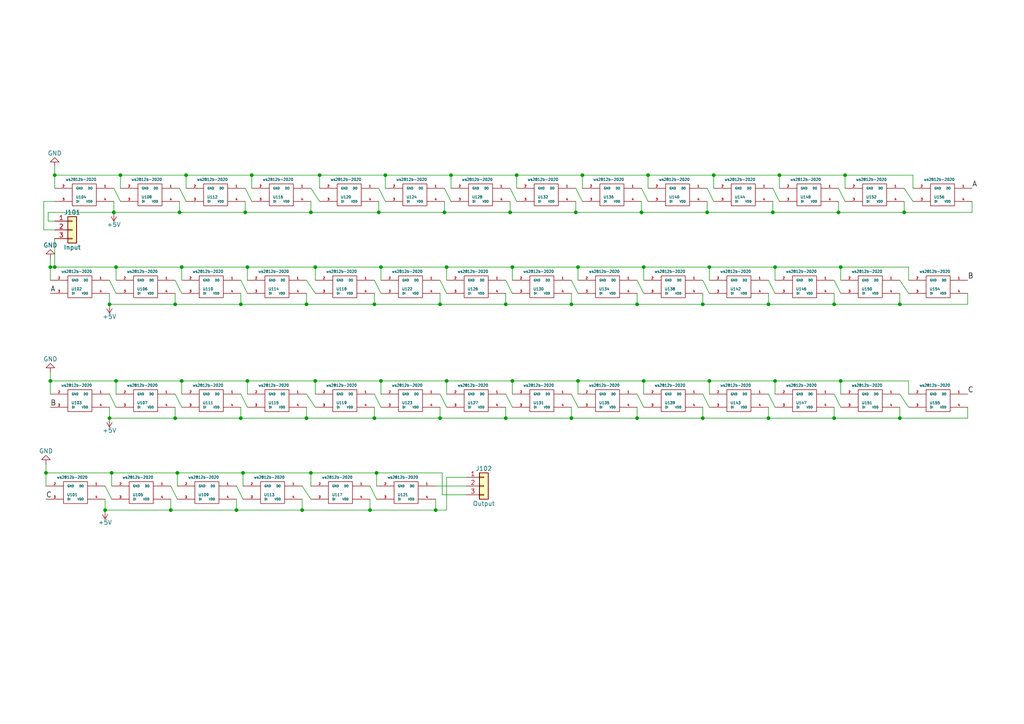
<source format=kicad_sch>
(kicad_sch (version 20211123) (generator eeschema)
  (paper "A4")
  (lib_symbols
    (symbol "MovieTheaterMarque-rescue:+5V" (power) (pin_names (offset 0))
      (property "Value" "+5V" (at 0 3.556 0))
      (symbol "+5V_0_1"
        (polyline (pts (xy -0.762 1.27) (xy 0 2.54)))
        (polyline (pts (xy 0 0) (xy 0 2.54)))
        (polyline (pts (xy 0 2.54) (xy 0.762 1.27)))
      )
      (symbol "+5V_1_1"
        (pin power_in line (at 0 0 90) (length 0) hide (name "+5V") (number "1"))
      )
    )
    (symbol "MovieTheaterMarque-rescue:Conn_01x03" (pin_names (offset 1.016) hide)
      (property "Reference" "J" (at 0 5.08 0))
      (property "Value" "Conn_01x03" (at 0 -5.08 0))
      (symbol "Conn_01x03_1_1"
        (rectangle (start -1.27 -2.413) (end 0 -2.667) (stroke (width 0.1524)))
        (rectangle (start -1.27 0.127) (end 0 -0.127) (stroke (width 0.1524)))
        (rectangle (start -1.27 2.667) (end 0 2.413) (stroke (width 0.1524)))
        (rectangle (start -1.27 3.81) (end 1.27 -3.81) (stroke (width 0.254)) (fill (type background)))
        (pin passive line (at -5.08 2.54 0) (length 3.81) (name "Pin_1") (number "1"))
        (pin passive line (at -5.08 0 0) (length 3.81) (name "Pin_2") (number "2"))
        (pin passive line (at -5.08 -2.54 0) (length 3.81) (name "Pin_3") (number "3"))
      )
    )
    (symbol "MovieTheaterMarque-rescue:GND" (power) (pin_names (offset 0))
      (property "Value" "GND" (at 0 -3.81 0))
      (symbol "GND_0_1"
        (polyline (pts (xy 0 0) (xy 0 -1.27) (xy 1.27 -1.27) (xy 0 -2.54) (xy -1.27 -1.27) (xy 0 -1.27)))
      )
      (symbol "GND_1_1"
        (pin power_in line (at 0 0 270) (length 0) hide (name "GND") (number "1"))
      )
    )
    (symbol "MovieTheaterMarque-rescue:ws2812b-2020" (pin_names (offset 1.016))
      (property "Reference" "U" (at 0 0 0))
      (property "Value" "ws2812b-2020" (at 0 5.08 0))
      (symbol "ws2812b-2020_0_1"
        (rectangle (start -2.54 3.81) (end 4.445 -2.54))
      )
      (symbol "ws2812b-2020_1_1"
        (pin output line (at 9.525 2.54 180) (length 5.08) (name "DO") (number "1"))
        (pin power_in line (at -7.62 2.54 0) (length 5.08) (name "GND") (number "2"))
        (pin input line (at -7.62 -1.27 0) (length 5.08) (name "DI") (number "3"))
        (pin power_in line (at 9.525 -1.27 180) (length 5.08) (name "VDD") (number "4"))
      )
    )
  )
  (junction (at 15.875 77.47))
  (junction (at 73.025 50.8))
  (junction (at 110.49 77.47))
  (junction (at 146.685 88.265))
  (junction (at 50.8 88.265))
  (junction (at 92.71 50.8))
  (junction (at 33.655 77.47))
  (junction (at 224.79 110.49))
  (junction (at 33.655 110.49))
  (junction (at 127.635 121.285))
  (junction (at 110.49 110.49))
  (junction (at 108.585 121.285))
  (junction (at 31.75 121.285))
  (junction (at 34.925 50.8))
  (junction (at 262.255 61.595))
  (junction (at 14.605 77.47))
  (junction (at 108.585 88.265))
  (junction (at 32.385 137.16))
  (junction (at 203.835 88.265))
  (junction (at 184.785 88.265))
  (junction (at 126.365 147.955))
  (junction (at 68.58 147.955))
  (junction (at 165.735 88.265))
  (junction (at 71.755 110.49))
  (junction (at 90.17 61.595))
  (junction (at 167.005 61.595))
  (junction (at 168.91 50.8))
  (junction (at 149.86 50.8))
  (junction (at 222.885 88.265))
  (junction (at 70.485 137.16))
  (junction (at 13.335 137.16))
  (junction (at 30.48 147.955))
  (junction (at 241.935 88.265))
  (junction (at 243.205 61.595))
  (junction (at 71.12 61.595))
  (junction (at 207.01 50.8))
  (junction (at 167.64 77.47))
  (junction (at 205.74 77.47))
  (junction (at 52.07 61.595))
  (junction (at 129.54 110.49))
  (junction (at 51.435 137.16))
  (junction (at 91.44 77.47))
  (junction (at 109.855 61.595))
  (junction (at 203.835 121.285))
  (junction (at 90.17 137.16))
  (junction (at 91.44 110.49))
  (junction (at 87.63 147.955))
  (junction (at 52.705 110.49))
  (junction (at 148.59 110.49))
  (junction (at 71.755 77.47))
  (junction (at 14.605 110.49))
  (junction (at 186.69 77.47))
  (junction (at 167.64 110.49))
  (junction (at 127.635 88.265))
  (junction (at 52.705 77.47))
  (junction (at 148.59 77.47))
  (junction (at 222.885 121.285))
  (junction (at 107.315 147.955))
  (junction (at 53.975 50.8))
  (junction (at 111.76 50.8))
  (junction (at 186.055 61.595))
  (junction (at 245.11 50.8))
  (junction (at 224.155 61.595))
  (junction (at 243.84 110.49))
  (junction (at 224.79 77.47))
  (junction (at 49.53 147.955))
  (junction (at 184.785 121.285))
  (junction (at 241.935 121.285))
  (junction (at 165.735 121.285))
  (junction (at 130.81 50.8))
  (junction (at 147.955 61.595))
  (junction (at 69.85 121.285))
  (junction (at 50.8 121.285))
  (junction (at 31.75 88.265))
  (junction (at 69.85 88.265))
  (junction (at 129.54 77.47))
  (junction (at 88.9 88.265))
  (junction (at 15.875 50.8))
  (junction (at 226.06 50.8))
  (junction (at 109.22 137.16))
  (junction (at 128.905 61.595))
  (junction (at 146.685 121.285))
  (junction (at 243.84 77.47))
  (junction (at 205.105 61.595))
  (junction (at 260.985 88.265))
  (junction (at 187.96 50.8))
  (junction (at 260.985 121.285))
  (junction (at 186.69 110.49))
  (junction (at 33.02 61.595))
  (junction (at 88.9 121.285))
  (junction (at 205.74 110.49))
  (wire (pts (xy 167.64 110.49) (xy 186.69 110.49)))
  (wire (pts (xy 147.955 61.595) (xy 167.005 61.595)))
  (wire (pts (xy 224.79 77.47) (xy 243.84 77.47)))
  (wire (pts (xy 31.75 81.28) (xy 33.655 85.09)))
  (wire (pts (xy 203.835 118.11) (xy 203.835 121.285)))
  (wire (pts (xy 205.74 77.47) (xy 224.79 77.47)))
  (wire (pts (xy 49.53 140.97) (xy 51.435 144.78)))
  (wire (pts (xy 14.605 110.49) (xy 33.655 110.49)))
  (wire (pts (xy 243.84 114.3) (xy 243.84 110.49)))
  (wire (pts (xy 222.885 121.285) (xy 241.935 121.285)))
  (wire (pts (xy 14.605 77.47) (xy 15.875 77.47)))
  (wire (pts (xy 224.79 110.49) (xy 243.84 110.49)))
  (wire (pts (xy 91.44 110.49) (xy 110.49 110.49)))
  (wire (pts (xy 71.12 61.595) (xy 90.17 61.595)))
  (wire (pts (xy 49.53 147.955) (xy 49.53 144.78)))
  (wire (pts (xy 13.335 134.62) (xy 13.335 137.16)))
  (wire (pts (xy 30.48 144.78) (xy 30.48 147.955)))
  (wire (pts (xy 222.885 81.28) (xy 224.79 85.09)))
  (wire (pts (xy 146.685 118.11) (xy 146.685 121.285)))
  (wire (pts (xy 245.11 54.61) (xy 245.11 50.8)))
  (wire (pts (xy 146.685 114.3) (xy 148.59 118.11)))
  (wire (pts (xy 69.85 114.3) (xy 71.755 118.11)))
  (wire (pts (xy 69.85 81.28) (xy 71.755 85.09)))
  (wire (pts (xy 241.935 114.3) (xy 243.84 118.11)))
  (wire (pts (xy 69.85 121.285) (xy 88.9 121.285)))
  (wire (pts (xy 167.64 77.47) (xy 186.69 77.47)))
  (wire (pts (xy 186.055 61.595) (xy 205.105 61.595)))
  (wire (pts (xy 88.9 88.265) (xy 108.585 88.265)))
  (wire (pts (xy 52.705 110.49) (xy 71.755 110.49)))
  (wire (pts (xy 207.01 50.8) (xy 226.06 50.8)))
  (wire (pts (xy 148.59 114.3) (xy 148.59 110.49)))
  (wire (pts (xy 243.205 61.595) (xy 262.255 61.595)))
  (wire (pts (xy 109.22 137.16) (xy 109.22 140.97)))
  (wire (pts (xy 165.735 88.265) (xy 165.735 85.09)))
  (wire (pts (xy 53.975 50.8) (xy 53.975 54.61)))
  (wire (pts (xy 12.7 66.675) (xy 15.875 66.675)))
  (wire (pts (xy 147.955 58.42) (xy 147.955 61.595)))
  (wire (pts (xy 68.58 147.955) (xy 87.63 147.955)))
  (wire (pts (xy 33.655 81.28) (xy 33.655 77.47)))
  (wire (pts (xy 146.685 88.265) (xy 165.735 88.265)))
  (wire (pts (xy 226.06 50.8) (xy 226.06 54.61)))
  (wire (pts (xy 110.49 77.47) (xy 129.54 77.47)))
  (wire (pts (xy 14.605 74.93) (xy 14.605 77.47)))
  (wire (pts (xy 128.27 137.16) (xy 128.27 143.51)))
  (wire (pts (xy 107.315 140.97) (xy 109.22 144.78)))
  (wire (pts (xy 243.84 81.28) (xy 243.84 77.47)))
  (wire (pts (xy 243.205 58.42) (xy 243.205 61.595)))
  (wire (pts (xy 186.69 114.3) (xy 186.69 110.49)))
  (wire (pts (xy 108.585 121.285) (xy 108.585 118.11)))
  (wire (pts (xy 87.63 147.955) (xy 87.63 144.78)))
  (wire (pts (xy 262.255 54.61) (xy 264.795 58.42)))
  (wire (pts (xy 108.585 88.265) (xy 108.585 85.09)))
  (wire (pts (xy 222.885 121.285) (xy 222.885 118.11)))
  (wire (pts (xy 129.54 77.47) (xy 148.59 77.47)))
  (wire (pts (xy 263.525 110.49) (xy 263.525 114.3)))
  (wire (pts (xy 165.735 121.285) (xy 165.735 118.11)))
  (wire (pts (xy 165.735 81.28) (xy 167.64 85.09)))
  (wire (pts (xy 33.02 54.61) (xy 34.925 58.42)))
  (wire (pts (xy 241.935 85.09) (xy 241.935 88.265)))
  (wire (pts (xy 168.91 50.8) (xy 168.91 54.61)))
  (wire (pts (xy 110.49 110.49) (xy 129.54 110.49)))
  (wire (pts (xy 71.12 61.595) (xy 71.12 58.42)))
  (wire (pts (xy 90.17 54.61) (xy 92.71 58.42)))
  (wire (pts (xy 186.69 81.28) (xy 186.69 77.47)))
  (wire (pts (xy 127.635 118.11) (xy 127.635 121.285)))
  (wire (pts (xy 127.635 81.28) (xy 129.54 85.09)))
  (wire (pts (xy 33.02 61.595) (xy 52.07 61.595)))
  (wire (pts (xy 15.875 50.8) (xy 15.875 54.61)))
  (wire (pts (xy 130.81 54.61) (xy 130.81 50.8)))
  (wire (pts (xy 241.935 121.285) (xy 260.985 121.285)))
  (wire (pts (xy 165.735 121.285) (xy 184.785 121.285)))
  (wire (pts (xy 126.365 147.955) (xy 126.365 144.78)))
  (wire (pts (xy 241.935 88.265) (xy 260.985 88.265)))
  (wire (pts (xy 187.96 54.61) (xy 187.96 50.8)))
  (wire (pts (xy 205.105 61.595) (xy 224.155 61.595)))
  (wire (pts (xy 109.855 54.61) (xy 111.76 58.42)))
  (wire (pts (xy 262.255 61.595) (xy 281.94 61.595)))
  (wire (pts (xy 186.055 58.42) (xy 186.055 61.595)))
  (wire (pts (xy 91.44 81.28) (xy 91.44 77.47)))
  (wire (pts (xy 260.985 88.265) (xy 280.67 88.265)))
  (wire (pts (xy 50.8 114.3) (xy 52.705 118.11)))
  (wire (pts (xy 52.705 110.49) (xy 52.705 114.3)))
  (wire (pts (xy 148.59 110.49) (xy 167.64 110.49)))
  (wire (pts (xy 15.875 77.47) (xy 33.655 77.47)))
  (wire (pts (xy 127.635 114.3) (xy 129.54 118.11)))
  (wire (pts (xy 71.755 77.47) (xy 91.44 77.47)))
  (wire (pts (xy 13.97 61.595) (xy 33.02 61.595)))
  (wire (pts (xy 30.48 147.955) (xy 49.53 147.955)))
  (wire (pts (xy 50.8 121.285) (xy 69.85 121.285)))
  (wire (pts (xy 50.8 88.265) (xy 69.85 88.265)))
  (wire (pts (xy 205.105 58.42) (xy 205.105 61.595)))
  (wire (pts (xy 207.01 54.61) (xy 207.01 50.8)))
  (wire (pts (xy 260.985 114.3) (xy 263.525 118.11)))
  (wire (pts (xy 108.585 114.3) (xy 110.49 118.11)))
  (wire (pts (xy 263.525 77.47) (xy 263.525 81.28)))
  (wire (pts (xy 90.17 137.16) (xy 90.17 140.97)))
  (wire (pts (xy 12.7 58.42) (xy 12.7 66.675)))
  (wire (pts (xy 90.17 61.595) (xy 90.17 58.42)))
  (wire (pts (xy 53.975 50.8) (xy 73.025 50.8)))
  (wire (pts (xy 49.53 147.955) (xy 68.58 147.955)))
  (wire (pts (xy 33.655 77.47) (xy 52.705 77.47)))
  (wire (pts (xy 203.835 81.28) (xy 205.74 85.09)))
  (wire (pts (xy 127.635 88.265) (xy 146.685 88.265)))
  (wire (pts (xy 108.585 88.265) (xy 127.635 88.265)))
  (wire (pts (xy 262.255 58.42) (xy 262.255 61.595)))
  (wire (pts (xy 224.79 77.47) (xy 224.79 81.28)))
  (wire (pts (xy 88.9 81.28) (xy 91.44 85.09)))
  (wire (pts (xy 13.97 64.135) (xy 13.97 61.595)))
  (wire (pts (xy 71.755 81.28) (xy 71.755 77.47)))
  (wire (pts (xy 15.875 64.135) (xy 13.97 64.135)))
  (wire (pts (xy 32.385 140.97) (xy 32.385 137.16)))
  (wire (pts (xy 243.205 54.61) (xy 245.11 58.42)))
  (wire (pts (xy 205.74 114.3) (xy 205.74 110.49)))
  (wire (pts (xy 14.605 77.47) (xy 14.605 81.28)))
  (wire (pts (xy 31.75 88.265) (xy 50.8 88.265)))
  (wire (pts (xy 184.785 81.28) (xy 186.69 85.09)))
  (wire (pts (xy 243.84 110.49) (xy 263.525 110.49)))
  (wire (pts (xy 31.75 85.09) (xy 31.75 88.265)))
  (wire (pts (xy 52.07 54.61) (xy 53.975 58.42)))
  (wire (pts (xy 90.17 137.16) (xy 109.22 137.16)))
  (wire (pts (xy 130.81 50.8) (xy 149.86 50.8)))
  (wire (pts (xy 222.885 88.265) (xy 241.935 88.265)))
  (wire (pts (xy 70.485 137.16) (xy 90.17 137.16)))
  (wire (pts (xy 111.76 50.8) (xy 111.76 54.61)))
  (wire (pts (xy 52.705 77.47) (xy 52.705 81.28)))
  (wire (pts (xy 203.835 85.09) (xy 203.835 88.265)))
  (wire (pts (xy 129.54 110.49) (xy 148.59 110.49)))
  (wire (pts (xy 87.63 147.955) (xy 107.315 147.955)))
  (wire (pts (xy 51.435 137.16) (xy 70.485 137.16)))
  (wire (pts (xy 14.605 107.95) (xy 14.605 110.49)))
  (wire (pts (xy 149.86 50.8) (xy 168.91 50.8)))
  (wire (pts (xy 127.635 121.285) (xy 146.685 121.285)))
  (wire (pts (xy 184.785 88.265) (xy 203.835 88.265)))
  (wire (pts (xy 15.875 50.8) (xy 34.925 50.8)))
  (wire (pts (xy 71.12 54.61) (xy 73.025 58.42)))
  (wire (pts (xy 280.67 88.265) (xy 280.67 85.09)))
  (wire (pts (xy 109.855 61.595) (xy 109.855 58.42)))
  (wire (pts (xy 50.8 81.28) (xy 52.705 85.09)))
  (wire (pts (xy 15.875 48.26) (xy 15.875 50.8)))
  (wire (pts (xy 146.685 85.09) (xy 146.685 88.265)))
  (wire (pts (xy 111.76 50.8) (xy 130.81 50.8)))
  (wire (pts (xy 14.605 110.49) (xy 14.605 114.3)))
  (wire (pts (xy 15.875 69.215) (xy 15.875 77.47)))
  (wire (pts (xy 15.875 58.42) (xy 12.7 58.42)))
  (wire (pts (xy 224.155 61.595) (xy 243.205 61.595)))
  (wire (pts (xy 203.835 88.265) (xy 222.885 88.265)))
  (wire (pts (xy 51.435 137.16) (xy 51.435 140.97)))
  (wire (pts (xy 69.85 121.285) (xy 69.85 118.11)))
  (wire (pts (xy 126.365 140.97) (xy 135.255 140.97)))
  (wire (pts (xy 109.855 61.595) (xy 128.905 61.595)))
  (wire (pts (xy 88.9 121.285) (xy 88.9 118.11)))
  (wire (pts (xy 205.74 81.28) (xy 205.74 77.47)))
  (wire (pts (xy 128.27 143.51) (xy 135.255 143.51)))
  (wire (pts (xy 33.655 114.3) (xy 33.655 110.49)))
  (wire (pts (xy 205.74 110.49) (xy 224.79 110.49)))
  (wire (pts (xy 110.49 77.47) (xy 110.49 81.28)))
  (wire (pts (xy 260.985 85.09) (xy 260.985 88.265)))
  (wire (pts (xy 203.835 121.285) (xy 222.885 121.285)))
  (wire (pts (xy 90.17 61.595) (xy 109.855 61.595)))
  (wire (pts (xy 129.54 114.3) (xy 129.54 110.49)))
  (wire (pts (xy 73.025 54.61) (xy 73.025 50.8)))
  (wire (pts (xy 260.985 121.285) (xy 280.67 121.285)))
  (wire (pts (xy 108.585 121.285) (xy 127.635 121.285)))
  (wire (pts (xy 148.59 81.28) (xy 148.59 77.47)))
  (wire (pts (xy 149.86 54.61) (xy 149.86 50.8)))
  (wire (pts (xy 50.8 121.285) (xy 50.8 118.11)))
  (wire (pts (xy 167.64 77.47) (xy 167.64 81.28)))
  (wire (pts (xy 281.94 61.595) (xy 281.94 58.42)))
  (wire (pts (xy 87.63 140.97) (xy 90.17 144.78)))
  (wire (pts (xy 260.985 81.28) (xy 263.525 85.09)))
  (wire (pts (xy 50.8 88.265) (xy 50.8 85.09)))
  (wire (pts (xy 69.85 88.265) (xy 88.9 88.265)))
  (wire (pts (xy 52.705 77.47) (xy 71.755 77.47)))
  (wire (pts (xy 91.44 77.47) (xy 110.49 77.47)))
  (wire (pts (xy 224.155 61.595) (xy 224.155 58.42)))
  (wire (pts (xy 110.49 110.49) (xy 110.49 114.3)))
  (wire (pts (xy 184.785 85.09) (xy 184.785 88.265)))
  (wire (pts (xy 167.64 110.49) (xy 167.64 114.3)))
  (wire (pts (xy 88.9 88.265) (xy 88.9 85.09)))
  (wire (pts (xy 264.795 50.8) (xy 264.795 54.61)))
  (wire (pts (xy 108.585 81.28) (xy 110.49 85.09)))
  (wire (pts (xy 241.935 81.28) (xy 243.84 85.09)))
  (wire (pts (xy 31.75 121.285) (xy 50.8 121.285)))
  (wire (pts (xy 224.79 110.49) (xy 224.79 114.3)))
  (wire (pts (xy 184.785 118.11) (xy 184.785 121.285)))
  (wire (pts (xy 243.84 77.47) (xy 263.525 77.47)))
  (wire (pts (xy 186.055 54.61) (xy 187.96 58.42)))
  (wire (pts (xy 167.005 61.595) (xy 167.005 58.42)))
  (wire (pts (xy 30.48 140.97) (xy 32.385 144.78)))
  (wire (pts (xy 184.785 121.285) (xy 203.835 121.285)))
  (wire (pts (xy 71.755 114.3) (xy 71.755 110.49)))
  (wire (pts (xy 226.06 50.8) (xy 245.11 50.8)))
  (wire (pts (xy 88.9 121.285) (xy 108.585 121.285)))
  (wire (pts (xy 280.67 121.285) (xy 280.67 118.11)))
  (wire (pts (xy 129.54 81.28) (xy 129.54 77.47)))
  (wire (pts (xy 168.91 50.8) (xy 187.96 50.8)))
  (wire (pts (xy 34.925 50.8) (xy 53.975 50.8)))
  (wire (pts (xy 187.96 50.8) (xy 207.01 50.8)))
  (wire (pts (xy 127.635 85.09) (xy 127.635 88.265)))
  (wire (pts (xy 13.335 137.16) (xy 32.385 137.16)))
  (wire (pts (xy 128.905 58.42) (xy 128.905 61.595)))
  (wire (pts (xy 146.685 81.28) (xy 148.59 85.09)))
  (wire (pts (xy 146.685 121.285) (xy 165.735 121.285)))
  (wire (pts (xy 167.005 61.595) (xy 186.055 61.595)))
  (wire (pts (xy 260.985 118.11) (xy 260.985 121.285)))
  (wire (pts (xy 107.315 147.955) (xy 126.365 147.955)))
  (wire (pts (xy 92.71 50.8) (xy 111.76 50.8)))
  (wire (pts (xy 52.07 61.595) (xy 71.12 61.595)))
  (wire (pts (xy 167.005 54.61) (xy 168.91 58.42)))
  (wire (pts (xy 91.44 114.3) (xy 91.44 110.49)))
  (wire (pts (xy 71.755 110.49) (xy 91.44 110.49)))
  (wire (pts (xy 34.925 54.61) (xy 34.925 50.8)))
  (wire (pts (xy 68.58 140.97) (xy 70.485 144.78)))
  (wire (pts (xy 184.785 114.3) (xy 186.69 118.11)))
  (wire (pts (xy 88.9 114.3) (xy 91.44 118.11)))
  (wire (pts (xy 205.105 54.61) (xy 207.01 58.42)))
  (wire (pts (xy 128.905 54.61) (xy 130.81 58.42)))
  (wire (pts (xy 92.71 54.61) (xy 92.71 50.8)))
  (wire (pts (xy 33.02 58.42) (xy 33.02 61.595)))
  (wire (pts (xy 222.885 114.3) (xy 224.79 118.11)))
  (wire (pts (xy 109.22 137.16) (xy 128.27 137.16)))
  (wire (pts (xy 147.955 54.61) (xy 149.86 58.42)))
  (wire (pts (xy 70.485 137.16) (xy 70.485 140.97)))
  (wire (pts (xy 224.155 54.61) (xy 226.06 58.42)))
  (wire (pts (xy 31.75 114.3) (xy 33.655 118.11)))
  (wire (pts (xy 13.335 137.16) (xy 13.335 140.97)))
  (wire (pts (xy 73.025 50.8) (xy 92.71 50.8)))
  (wire (pts (xy 222.885 88.265) (xy 222.885 85.09)))
  (wire (pts (xy 52.07 61.595) (xy 52.07 58.42)))
  (wire (pts (xy 203.835 114.3) (xy 205.74 118.11)))
  (wire (pts (xy 129.54 147.955) (xy 129.54 138.43)))
  (wire (pts (xy 33.655 110.49) (xy 52.705 110.49)))
  (wire (pts (xy 148.59 77.47) (xy 167.64 77.47)))
  (wire (pts (xy 31.75 118.11) (xy 31.75 121.285)))
  (wire (pts (xy 128.905 61.595) (xy 147.955 61.595)))
  (wire (pts (xy 165.735 88.265) (xy 184.785 88.265)))
  (wire (pts (xy 245.11 50.8) (xy 264.795 50.8)))
  (wire (pts (xy 186.69 77.47) (xy 205.74 77.47)))
  (wire (pts (xy 241.935 118.11) (xy 241.935 121.285)))
  (wire (pts (xy 69.85 88.265) (xy 69.85 85.09)))
  (wire (pts (xy 129.54 138.43) (xy 135.255 138.43)))
  (wire (pts (xy 32.385 137.16) (xy 51.435 137.16)))
  (wire (pts (xy 126.365 147.955) (xy 129.54 147.955)))
  (wire (pts (xy 186.69 110.49) (xy 205.74 110.49)))
  (wire (pts (xy 68.58 147.955) (xy 68.58 144.78)))
  (wire (pts (xy 107.315 147.955) (xy 107.315 144.78)))
  (wire (pts (xy 165.735 114.3) (xy 167.64 118.11)))
  (label "B" (at 280.67 81.28 0) (effects (font (size 1.524 1.524))))
  (label "B" (at 14.605 118.11 0) (effects (font (size 1.524 1.524))))
  (label "A" (at 14.605 85.09 0) (effects (font (size 1.524 1.524))))
  (label "A" (at 281.94 54.61 0) (effects (font (size 1.524 1.524))))
  (label "C" (at 280.67 114.3 0) (effects (font (size 1.524 1.524))))
  (label "C" (at 13.335 144.78 0) (effects (font (size 1.524 1.524))))
  (symbol (lib_id "MovieTheaterMarque-rescue:ws2812b-2020") (at 80.645 57.15 0) (unit 1)
    (property "Reference" "U116" (at 80.645 57.15 0) (effects (font (size 0.762 0.762))))
    (property "Value" "ws2812b-2020" (at 80.645 52.07 0) (effects (font (size 0.762 0.762))))
    (property "Footprint" "NeoPixelChips:ws2812B-2020-4" (effects hide))
  )
  (symbol (lib_id "MovieTheaterMarque-rescue:ws2812b-2020") (at 100.33 57.15 0) (unit 1)
    (property "Reference" "U120" (at 100.33 57.15 0) (effects (font (size 0.762 0.762))))
    (property "Value" "ws2812b-2020" (at 100.33 52.07 0) (effects (font (size 0.762 0.762))))
    (property "Footprint" "NeoPixelChips:ws2812B-2020-4" (effects hide))
  )
  (symbol (lib_id "MovieTheaterMarque-rescue:ws2812b-2020") (at 119.38 57.15 0) (unit 1)
    (property "Reference" "U124" (at 119.38 57.15 0) (effects (font (size 0.762 0.762))))
    (property "Value" "ws2812b-2020" (at 119.38 52.07 0) (effects (font (size 0.762 0.762))))
    (property "Footprint" "NeoPixelChips:ws2812B-2020-4" (effects hide))
  )
  (symbol (lib_id "MovieTheaterMarque-rescue:ws2812b-2020") (at 138.43 57.15 0) (unit 1)
    (property "Reference" "U128" (at 138.43 57.15 0) (effects (font (size 0.762 0.762))))
    (property "Value" "ws2812b-2020" (at 138.43 52.07 0) (effects (font (size 0.762 0.762))))
    (property "Footprint" "NeoPixelChips:ws2812B-2020-4" (effects hide))
  )
  (symbol (lib_id "MovieTheaterMarque-rescue:ws2812b-2020") (at 157.48 57.15 0) (unit 1)
    (property "Reference" "U132" (at 157.48 57.15 0) (effects (font (size 0.762 0.762))))
    (property "Value" "ws2812b-2020" (at 157.48 52.07 0) (effects (font (size 0.762 0.762))))
    (property "Footprint" "NeoPixelChips:ws2812B-2020-4" (effects hide))
  )
  (symbol (lib_id "MovieTheaterMarque-rescue:ws2812b-2020") (at 176.53 57.15 0) (unit 1)
    (property "Reference" "U136" (at 176.53 57.15 0) (effects (font (size 0.762 0.762))))
    (property "Value" "ws2812b-2020" (at 176.53 52.07 0) (effects (font (size 0.762 0.762))))
    (property "Footprint" "NeoPixelChips:ws2812B-2020-4" (effects hide))
  )
  (symbol (lib_id "MovieTheaterMarque-rescue:ws2812b-2020") (at 195.58 57.15 0) (unit 1)
    (property "Reference" "U140" (at 195.58 57.15 0) (effects (font (size 0.762 0.762))))
    (property "Value" "ws2812b-2020" (at 195.58 52.07 0) (effects (font (size 0.762 0.762))))
    (property "Footprint" "NeoPixelChips:ws2812B-2020-4" (effects hide))
  )
  (symbol (lib_id "MovieTheaterMarque-rescue:ws2812b-2020") (at 214.63 57.15 0) (unit 1)
    (property "Reference" "U144" (at 214.63 57.15 0) (effects (font (size 0.762 0.762))))
    (property "Value" "ws2812b-2020" (at 214.63 52.07 0) (effects (font (size 0.762 0.762))))
    (property "Footprint" "NeoPixelChips:ws2812B-2020-4" (effects hide))
  )
  (symbol (lib_id "MovieTheaterMarque-rescue:ws2812b-2020") (at 233.68 57.15 0) (unit 1)
    (property "Reference" "U148" (at 233.68 57.15 0) (effects (font (size 0.762 0.762))))
    (property "Value" "ws2812b-2020" (at 233.68 52.07 0) (effects (font (size 0.762 0.762))))
    (property "Footprint" "NeoPixelChips:ws2812B-2020-4" (effects hide))
  )
  (symbol (lib_id "MovieTheaterMarque-rescue:ws2812b-2020") (at 252.73 57.15 0) (unit 1)
    (property "Reference" "U152" (at 252.73 57.15 0) (effects (font (size 0.762 0.762))))
    (property "Value" "ws2812b-2020" (at 252.73 52.07 0) (effects (font (size 0.762 0.762))))
    (property "Footprint" "NeoPixelChips:ws2812B-2020-4" (effects hide))
  )
  (symbol (lib_id "MovieTheaterMarque-rescue:ws2812b-2020") (at 272.415 57.15 0) (unit 1)
    (property "Reference" "U156" (at 272.415 57.15 0) (effects (font (size 0.762 0.762))))
    (property "Value" "ws2812b-2020" (at 272.415 52.07 0) (effects (font (size 0.762 0.762))))
    (property "Footprint" "NeoPixelChips:ws2812B-2020-4" (effects hide))
  )
  (symbol (lib_id "MovieTheaterMarque-rescue:ws2812b-2020") (at 61.595 57.15 0) (unit 1)
    (property "Reference" "U112" (at 61.595 57.15 0) (effects (font (size 0.762 0.762))))
    (property "Value" "ws2812b-2020" (at 61.595 52.07 0) (effects (font (size 0.762 0.762))))
    (property "Footprint" "NeoPixelChips:ws2812B-2020-4" (effects hide))
  )
  (symbol (lib_id "MovieTheaterMarque-rescue:ws2812b-2020") (at 42.545 57.15 0) (unit 1)
    (property "Reference" "U108" (at 42.545 57.15 0) (effects (font (size 0.762 0.762))))
    (property "Value" "ws2812b-2020" (at 42.545 52.07 0) (effects (font (size 0.762 0.762))))
    (property "Footprint" "NeoPixelChips:ws2812B-2020-4" (effects hide))
  )
  (symbol (lib_id "MovieTheaterMarque-rescue:ws2812b-2020") (at 23.495 57.15 0) (unit 1)
    (property "Reference" "U104" (at 23.495 57.15 0) (effects (font (size 0.762 0.762))))
    (property "Value" "ws2812b-2020" (at 23.495 52.07 0) (effects (font (size 0.762 0.762))))
    (property "Footprint" "NeoPixelChips:ws2812B-2020-4" (effects hide))
  )
  (symbol (lib_id "MovieTheaterMarque-rescue:+5V") (at 33.02 61.595 180) (unit 1)
    (property "Reference" "#PWR01" (effects hide))
    (property "Value" "+5V" (at 33.02 65.151 0))
  )
  (symbol (lib_id "MovieTheaterMarque-rescue:GND") (at 15.875 48.26 180) (unit 1)
    (property "Reference" "#PWR02" (effects hide))
    (property "Value" "GND" (at 15.875 44.45 0))
  )
  (symbol (lib_id "MovieTheaterMarque-rescue:ws2812b-2020") (at 79.375 83.82 0) (unit 1)
    (property "Reference" "U114" (at 79.375 83.82 0) (effects (font (size 0.762 0.762))))
    (property "Value" "ws2812b-2020" (at 79.375 78.74 0) (effects (font (size 0.762 0.762))))
    (property "Footprint" "NeoPixelChips:ws2812B-2020-4" (effects hide))
  )
  (symbol (lib_id "MovieTheaterMarque-rescue:ws2812b-2020") (at 99.06 83.82 0) (unit 1)
    (property "Reference" "U118" (at 99.06 83.82 0) (effects (font (size 0.762 0.762))))
    (property "Value" "ws2812b-2020" (at 99.06 78.74 0) (effects (font (size 0.762 0.762))))
    (property "Footprint" "NeoPixelChips:ws2812B-2020-4" (effects hide))
  )
  (symbol (lib_id "MovieTheaterMarque-rescue:ws2812b-2020") (at 118.11 83.82 0) (unit 1)
    (property "Reference" "U122" (at 118.11 83.82 0) (effects (font (size 0.762 0.762))))
    (property "Value" "ws2812b-2020" (at 118.11 78.74 0) (effects (font (size 0.762 0.762))))
    (property "Footprint" "NeoPixelChips:ws2812B-2020-4" (effects hide))
  )
  (symbol (lib_id "MovieTheaterMarque-rescue:ws2812b-2020") (at 137.16 83.82 0) (unit 1)
    (property "Reference" "U126" (at 137.16 83.82 0) (effects (font (size 0.762 0.762))))
    (property "Value" "ws2812b-2020" (at 137.16 78.74 0) (effects (font (size 0.762 0.762))))
    (property "Footprint" "NeoPixelChips:ws2812B-2020-4" (effects hide))
  )
  (symbol (lib_id "MovieTheaterMarque-rescue:ws2812b-2020") (at 156.21 83.82 0) (unit 1)
    (property "Reference" "U130" (at 156.21 83.82 0) (effects (font (size 0.762 0.762))))
    (property "Value" "ws2812b-2020" (at 156.21 78.74 0) (effects (font (size 0.762 0.762))))
    (property "Footprint" "NeoPixelChips:ws2812B-2020-4" (effects hide))
  )
  (symbol (lib_id "MovieTheaterMarque-rescue:ws2812b-2020") (at 175.26 83.82 0) (unit 1)
    (property "Reference" "U134" (at 175.26 83.82 0) (effects (font (size 0.762 0.762))))
    (property "Value" "ws2812b-2020" (at 175.26 78.74 0) (effects (font (size 0.762 0.762))))
    (property "Footprint" "NeoPixelChips:ws2812B-2020-4" (effects hide))
  )
  (symbol (lib_id "MovieTheaterMarque-rescue:ws2812b-2020") (at 194.31 83.82 0) (unit 1)
    (property "Reference" "U138" (at 194.31 83.82 0) (effects (font (size 0.762 0.762))))
    (property "Value" "ws2812b-2020" (at 194.31 78.74 0) (effects (font (size 0.762 0.762))))
    (property "Footprint" "NeoPixelChips:ws2812B-2020-4" (effects hide))
  )
  (symbol (lib_id "MovieTheaterMarque-rescue:ws2812b-2020") (at 213.36 83.82 0) (unit 1)
    (property "Reference" "U142" (at 213.36 83.82 0) (effects (font (size 0.762 0.762))))
    (property "Value" "ws2812b-2020" (at 213.36 78.74 0) (effects (font (size 0.762 0.762))))
    (property "Footprint" "NeoPixelChips:ws2812B-2020-4" (effects hide))
  )
  (symbol (lib_id "MovieTheaterMarque-rescue:ws2812b-2020") (at 232.41 83.82 0) (unit 1)
    (property "Reference" "U146" (at 232.41 83.82 0) (effects (font (size 0.762 0.762))))
    (property "Value" "ws2812b-2020" (at 232.41 78.74 0) (effects (font (size 0.762 0.762))))
    (property "Footprint" "NeoPixelChips:ws2812B-2020-4" (effects hide))
  )
  (symbol (lib_id "MovieTheaterMarque-rescue:ws2812b-2020") (at 251.46 83.82 0) (unit 1)
    (property "Reference" "U150" (at 251.46 83.82 0) (effects (font (size 0.762 0.762))))
    (property "Value" "ws2812b-2020" (at 251.46 78.74 0) (effects (font (size 0.762 0.762))))
    (property "Footprint" "NeoPixelChips:ws2812B-2020-4" (effects hide))
  )
  (symbol (lib_id "MovieTheaterMarque-rescue:ws2812b-2020") (at 271.145 83.82 0) (unit 1)
    (property "Reference" "U154" (at 271.145 83.82 0) (effects (font (size 0.762 0.762))))
    (property "Value" "ws2812b-2020" (at 271.145 78.74 0) (effects (font (size 0.762 0.762))))
    (property "Footprint" "NeoPixelChips:ws2812B-2020-4" (effects hide))
  )
  (symbol (lib_id "MovieTheaterMarque-rescue:ws2812b-2020") (at 60.325 83.82 0) (unit 1)
    (property "Reference" "U110" (at 60.325 83.82 0) (effects (font (size 0.762 0.762))))
    (property "Value" "ws2812b-2020" (at 60.325 78.74 0) (effects (font (size 0.762 0.762))))
    (property "Footprint" "NeoPixelChips:ws2812B-2020-4" (effects hide))
  )
  (symbol (lib_id "MovieTheaterMarque-rescue:ws2812b-2020") (at 41.275 83.82 0) (unit 1)
    (property "Reference" "U106" (at 41.275 83.82 0) (effects (font (size 0.762 0.762))))
    (property "Value" "ws2812b-2020" (at 41.275 78.74 0) (effects (font (size 0.762 0.762))))
    (property "Footprint" "NeoPixelChips:ws2812B-2020-4" (effects hide))
  )
  (symbol (lib_id "MovieTheaterMarque-rescue:ws2812b-2020") (at 22.225 83.82 0) (unit 1)
    (property "Reference" "U102" (at 22.225 83.82 0) (effects (font (size 0.762 0.762))))
    (property "Value" "ws2812b-2020" (at 22.225 78.74 0) (effects (font (size 0.762 0.762))))
    (property "Footprint" "NeoPixelChips:ws2812B-2020-4" (effects hide))
  )
  (symbol (lib_id "MovieTheaterMarque-rescue:+5V") (at 31.75 88.265 180) (unit 1)
    (property "Reference" "#PWR03" (effects hide))
    (property "Value" "+5V" (at 31.75 91.821 0))
  )
  (symbol (lib_id "MovieTheaterMarque-rescue:GND") (at 14.605 74.93 180) (unit 1)
    (property "Reference" "#PWR04" (effects hide))
    (property "Value" "GND" (at 14.605 71.12 0))
  )
  (symbol (lib_id "MovieTheaterMarque-rescue:ws2812b-2020") (at 79.375 116.84 0) (unit 1)
    (property "Reference" "U115" (at 79.375 116.84 0) (effects (font (size 0.762 0.762))))
    (property "Value" "ws2812b-2020" (at 79.375 111.76 0) (effects (font (size 0.762 0.762))))
    (property "Footprint" "NeoPixelChips:ws2812B-2020-4" (effects hide))
  )
  (symbol (lib_id "MovieTheaterMarque-rescue:ws2812b-2020") (at 99.06 116.84 0) (unit 1)
    (property "Reference" "U119" (at 99.06 116.84 0) (effects (font (size 0.762 0.762))))
    (property "Value" "ws2812b-2020" (at 99.06 111.76 0) (effects (font (size 0.762 0.762))))
    (property "Footprint" "NeoPixelChips:ws2812B-2020-4" (effects hide))
  )
  (symbol (lib_id "MovieTheaterMarque-rescue:ws2812b-2020") (at 118.11 116.84 0) (unit 1)
    (property "Reference" "U123" (at 118.11 116.84 0) (effects (font (size 0.762 0.762))))
    (property "Value" "ws2812b-2020" (at 118.11 111.76 0) (effects (font (size 0.762 0.762))))
    (property "Footprint" "NeoPixelChips:ws2812B-2020-4" (effects hide))
  )
  (symbol (lib_id "MovieTheaterMarque-rescue:ws2812b-2020") (at 137.16 116.84 0) (unit 1)
    (property "Reference" "U127" (at 137.16 116.84 0) (effects (font (size 0.762 0.762))))
    (property "Value" "ws2812b-2020" (at 137.16 111.76 0) (effects (font (size 0.762 0.762))))
    (property "Footprint" "NeoPixelChips:ws2812B-2020-4" (effects hide))
  )
  (symbol (lib_id "MovieTheaterMarque-rescue:ws2812b-2020") (at 156.21 116.84 0) (unit 1)
    (property "Reference" "U131" (at 156.21 116.84 0) (effects (font (size 0.762 0.762))))
    (property "Value" "ws2812b-2020" (at 156.21 111.76 0) (effects (font (size 0.762 0.762))))
    (property "Footprint" "NeoPixelChips:ws2812B-2020-4" (effects hide))
  )
  (symbol (lib_id "MovieTheaterMarque-rescue:ws2812b-2020") (at 175.26 116.84 0) (unit 1)
    (property "Reference" "U135" (at 175.26 116.84 0) (effects (font (size 0.762 0.762))))
    (property "Value" "ws2812b-2020" (at 175.26 111.76 0) (effects (font (size 0.762 0.762))))
    (property "Footprint" "NeoPixelChips:ws2812B-2020-4" (effects hide))
  )
  (symbol (lib_id "MovieTheaterMarque-rescue:ws2812b-2020") (at 194.31 116.84 0) (unit 1)
    (property "Reference" "U139" (at 194.31 116.84 0) (effects (font (size 0.762 0.762))))
    (property "Value" "ws2812b-2020" (at 194.31 111.76 0) (effects (font (size 0.762 0.762))))
    (property "Footprint" "NeoPixelChips:ws2812B-2020-4" (effects hide))
  )
  (symbol (lib_id "MovieTheaterMarque-rescue:ws2812b-2020") (at 213.36 116.84 0) (unit 1)
    (property "Reference" "U143" (at 213.36 116.84 0) (effects (font (size 0.762 0.762))))
    (property "Value" "ws2812b-2020" (at 213.36 111.76 0) (effects (font (size 0.762 0.762))))
    (property "Footprint" "NeoPixelChips:ws2812B-2020-4" (effects hide))
  )
  (symbol (lib_id "MovieTheaterMarque-rescue:ws2812b-2020") (at 232.41 116.84 0) (unit 1)
    (property "Reference" "U147" (at 232.41 116.84 0) (effects (font (size 0.762 0.762))))
    (property "Value" "ws2812b-2020" (at 232.41 111.76 0) (effects (font (size 0.762 0.762))))
    (property "Footprint" "NeoPixelChips:ws2812B-2020-4" (effects hide))
  )
  (symbol (lib_id "MovieTheaterMarque-rescue:ws2812b-2020") (at 251.46 116.84 0) (unit 1)
    (property "Reference" "U151" (at 251.46 116.84 0) (effects (font (size 0.762 0.762))))
    (property "Value" "ws2812b-2020" (at 251.46 111.76 0) (effects (font (size 0.762 0.762))))
    (property "Footprint" "NeoPixelChips:ws2812B-2020-4" (effects hide))
  )
  (symbol (lib_id "MovieTheaterMarque-rescue:ws2812b-2020") (at 271.145 116.84 0) (unit 1)
    (property "Reference" "U155" (at 271.145 116.84 0) (effects (font (size 0.762 0.762))))
    (property "Value" "ws2812b-2020" (at 271.145 111.76 0) (effects (font (size 0.762 0.762))))
    (property "Footprint" "NeoPixelChips:ws2812B-2020-4" (effects hide))
  )
  (symbol (lib_id "MovieTheaterMarque-rescue:ws2812b-2020") (at 60.325 116.84 0) (unit 1)
    (property "Reference" "U111" (at 60.325 116.84 0) (effects (font (size 0.762 0.762))))
    (property "Value" "ws2812b-2020" (at 60.325 111.76 0) (effects (font (size 0.762 0.762))))
    (property "Footprint" "NeoPixelChips:ws2812B-2020-4" (effects hide))
  )
  (symbol (lib_id "MovieTheaterMarque-rescue:ws2812b-2020") (at 41.275 116.84 0) (unit 1)
    (property "Reference" "U107" (at 41.275 116.84 0) (effects (font (size 0.762 0.762))))
    (property "Value" "ws2812b-2020" (at 41.275 111.76 0) (effects (font (size 0.762 0.762))))
    (property "Footprint" "NeoPixelChips:ws2812B-2020-4" (effects hide))
  )
  (symbol (lib_id "MovieTheaterMarque-rescue:ws2812b-2020") (at 22.225 116.84 0) (unit 1)
    (property "Reference" "U103" (at 22.225 116.84 0) (effects (font (size 0.762 0.762))))
    (property "Value" "ws2812b-2020" (at 22.225 111.76 0) (effects (font (size 0.762 0.762))))
    (property "Footprint" "NeoPixelChips:ws2812B-2020-4" (effects hide))
  )
  (symbol (lib_id "MovieTheaterMarque-rescue:+5V") (at 31.75 121.285 180) (unit 1)
    (property "Reference" "#PWR05" (effects hide))
    (property "Value" "+5V" (at 31.75 124.841 0))
  )
  (symbol (lib_id "MovieTheaterMarque-rescue:GND") (at 14.605 107.95 180) (unit 1)
    (property "Reference" "#PWR06" (effects hide))
    (property "Value" "GND" (at 14.605 104.14 0))
  )
  (symbol (lib_id "MovieTheaterMarque-rescue:ws2812b-2020") (at 78.105 143.51 0) (unit 1)
    (property "Reference" "U113" (at 78.105 143.51 0) (effects (font (size 0.762 0.762))))
    (property "Value" "ws2812b-2020" (at 78.105 138.43 0) (effects (font (size 0.762 0.762))))
    (property "Footprint" "NeoPixelChips:ws2812B-2020-4" (effects hide))
  )
  (symbol (lib_id "MovieTheaterMarque-rescue:ws2812b-2020") (at 97.79 143.51 0) (unit 1)
    (property "Reference" "U117" (at 97.79 143.51 0) (effects (font (size 0.762 0.762))))
    (property "Value" "ws2812b-2020" (at 97.79 138.43 0) (effects (font (size 0.762 0.762))))
    (property "Footprint" "NeoPixelChips:ws2812B-2020-4" (effects hide))
  )
  (symbol (lib_id "MovieTheaterMarque-rescue:ws2812b-2020") (at 116.84 143.51 0) (unit 1)
    (property "Reference" "U121" (at 116.84 143.51 0) (effects (font (size 0.762 0.762))))
    (property "Value" "ws2812b-2020" (at 116.84 138.43 0) (effects (font (size 0.762 0.762))))
    (property "Footprint" "NeoPixelChips:ws2812B-2020-4" (effects hide))
  )
  (symbol (lib_id "MovieTheaterMarque-rescue:ws2812b-2020") (at 59.055 143.51 0) (unit 1)
    (property "Reference" "U109" (at 59.055 143.51 0) (effects (font (size 0.762 0.762))))
    (property "Value" "ws2812b-2020" (at 59.055 138.43 0) (effects (font (size 0.762 0.762))))
    (property "Footprint" "NeoPixelChips:ws2812B-2020-4" (effects hide))
  )
  (symbol (lib_id "MovieTheaterMarque-rescue:ws2812b-2020") (at 40.005 143.51 0) (unit 1)
    (property "Reference" "U105" (at 40.005 143.51 0) (effects (font (size 0.762 0.762))))
    (property "Value" "ws2812b-2020" (at 40.005 138.43 0) (effects (font (size 0.762 0.762))))
    (property "Footprint" "NeoPixelChips:ws2812B-2020-4" (effects hide))
  )
  (symbol (lib_id "MovieTheaterMarque-rescue:ws2812b-2020") (at 20.955 143.51 0) (unit 1)
    (property "Reference" "U101" (at 20.955 143.51 0) (effects (font (size 0.762 0.762))))
    (property "Value" "ws2812b-2020" (at 20.955 138.43 0) (effects (font (size 0.762 0.762))))
    (property "Footprint" "NeoPixelChips:ws2812B-2020-4" (effects hide))
  )
  (symbol (lib_id "MovieTheaterMarque-rescue:+5V") (at 30.48 147.955 180) (unit 1)
    (property "Reference" "#PWR07" (effects hide))
    (property "Value" "+5V" (at 30.48 151.511 0))
  )
  (symbol (lib_id "MovieTheaterMarque-rescue:GND") (at 13.335 134.62 180) (unit 1)
    (property "Reference" "#PWR08" (effects hide))
    (property "Value" "GND" (at 13.335 130.81 0))
  )
  (symbol (lib_id "MovieTheaterMarque-rescue:Conn_01x03") (at 20.955 66.675 0) (unit 1)
    (property "Reference" "J101" (at 20.955 61.595 0))
    (property "Value" "Input" (at 20.955 71.755 0))
    (property "Footprint" "Wire_Pads:SolderWirePad_3x_0-8mmDrill" (effects hide))
  )
  (symbol (lib_id "MovieTheaterMarque-rescue:Conn_01x03") (at 140.335 140.97 0) (unit 1)
    (property "Reference" "J102" (at 140.335 135.89 0))
    (property "Value" "Output" (at 140.335 146.05 0))
    (property "Footprint" "Wire_Pads:SolderWirePad_3x_0-8mmDrill" (effects hide))
  )
)
</source>
